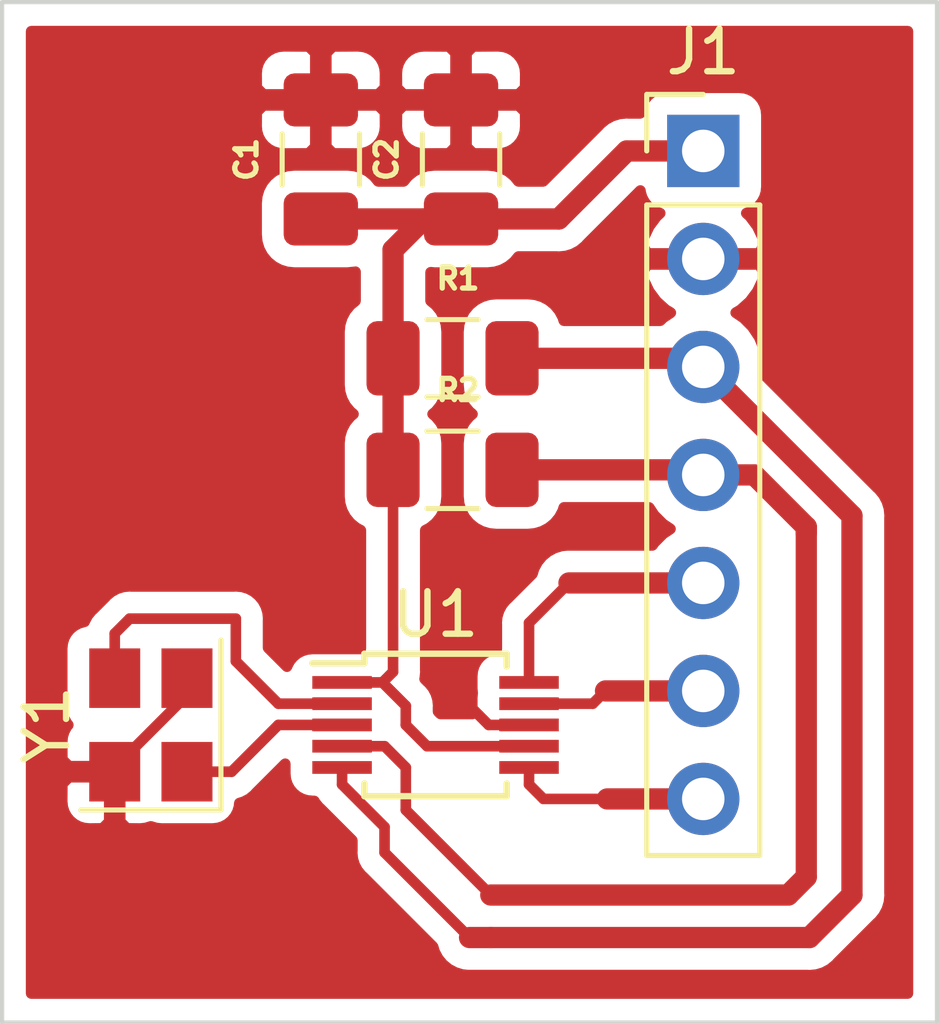
<source format=kicad_pcb>
(kicad_pcb (version 20171130) (host pcbnew "(5.1.5)-3")

  (general
    (thickness 1.6)
    (drawings 4)
    (tracks 67)
    (zones 0)
    (modules 7)
    (nets 10)
  )

  (page A4)
  (layers
    (0 F.Cu signal)
    (31 B.Cu signal)
    (32 B.Adhes user)
    (33 F.Adhes user)
    (34 B.Paste user)
    (35 F.Paste user)
    (36 B.SilkS user)
    (37 F.SilkS user)
    (38 B.Mask user)
    (39 F.Mask user)
    (40 Dwgs.User user)
    (41 Cmts.User user)
    (42 Eco1.User user)
    (43 Eco2.User user)
    (44 Edge.Cuts user)
    (45 Margin user)
    (46 B.CrtYd user)
    (47 F.CrtYd user)
    (48 B.Fab user)
    (49 F.Fab user)
  )

  (setup
    (last_trace_width 0.5)
    (user_trace_width 0.5)
    (user_trace_width 0.75)
    (trace_clearance 0.2)
    (zone_clearance 0.508)
    (zone_45_only no)
    (trace_min 0.2)
    (via_size 0.8)
    (via_drill 0.4)
    (via_min_size 0.4)
    (via_min_drill 0.3)
    (user_via 1.2 0.4)
    (uvia_size 0.3)
    (uvia_drill 0.1)
    (uvias_allowed no)
    (uvia_min_size 0.2)
    (uvia_min_drill 0.1)
    (edge_width 0.05)
    (segment_width 0.2)
    (pcb_text_width 0.3)
    (pcb_text_size 1.5 1.5)
    (mod_edge_width 0.12)
    (mod_text_size 1 1)
    (mod_text_width 0.15)
    (pad_size 1.524 1.524)
    (pad_drill 0.762)
    (pad_to_mask_clearance 0.051)
    (solder_mask_min_width 0.25)
    (aux_axis_origin 0 0)
    (visible_elements 7FFFFFFF)
    (pcbplotparams
      (layerselection 0x010fc_ffffffff)
      (usegerberextensions false)
      (usegerberattributes false)
      (usegerberadvancedattributes false)
      (creategerberjobfile false)
      (excludeedgelayer true)
      (linewidth 0.100000)
      (plotframeref false)
      (viasonmask false)
      (mode 1)
      (useauxorigin false)
      (hpglpennumber 1)
      (hpglpenspeed 20)
      (hpglpendiameter 15.000000)
      (psnegative false)
      (psa4output false)
      (plotreference true)
      (plotvalue true)
      (plotinvisibletext false)
      (padsonsilk false)
      (subtractmaskfromsilk false)
      (outputformat 1)
      (mirror false)
      (drillshape 1)
      (scaleselection 1)
      (outputdirectory ""))
  )

  (net 0 "")
  (net 1 CLK0)
  (net 2 CLK1)
  (net 3 CLK2)
  (net 4 SCL)
  (net 5 SDA)
  (net 6 GND)
  (net 7 +3V3)
  (net 8 "Net-(U1-Pad3)")
  (net 9 "Net-(U1-Pad2)")

  (net_class Default "This is the default net class."
    (clearance 0.2)
    (trace_width 0.25)
    (via_dia 0.8)
    (via_drill 0.4)
    (uvia_dia 0.3)
    (uvia_drill 0.1)
    (add_net +3V3)
    (add_net CLK0)
    (add_net CLK1)
    (add_net CLK2)
    (add_net GND)
    (add_net "Net-(U1-Pad2)")
    (add_net "Net-(U1-Pad3)")
    (add_net SCL)
    (add_net SDA)
  )

  (module "Xenir:Capacitor 1206" (layer F.Cu) (tedit 5EAEEA25) (tstamp 636C70E0)
    (at 182.05 92.2 90)
    (path /636C27F7)
    (fp_text reference C2 (at 0 0.5 90) (layer F.SilkS)
      (effects (font (size 0.5 0.5) (thickness 0.125)))
    )
    (fp_text value .1uF (at 0.5 4 90) (layer F.Fab)
      (effects (font (size 0.5 0.5) (thickness 0.125)))
    )
    (fp_text user %R (at 0 2.25 90) (layer F.Fab)
      (effects (font (size 0.8 0.8) (thickness 0.12)))
    )
    (fp_line (start -1.6 3.05) (end -1.6 1.45) (layer F.Fab) (width 0.1))
    (fp_line (start 2.28 1.13) (end 2.28 3.37) (layer F.CrtYd) (width 0.05))
    (fp_line (start -1.6 1.45) (end 1.6 1.45) (layer F.Fab) (width 0.1))
    (fp_line (start -2.28 3.37) (end -2.28 1.13) (layer F.CrtYd) (width 0.05))
    (fp_line (start -0.602064 1.34) (end 0.602064 1.34) (layer F.SilkS) (width 0.12))
    (fp_line (start -0.602064 3.16) (end 0.602064 3.16) (layer F.SilkS) (width 0.12))
    (fp_line (start -2.28 1.13) (end 2.28 1.13) (layer F.CrtYd) (width 0.05))
    (fp_line (start 2.28 3.37) (end -2.28 3.37) (layer F.CrtYd) (width 0.05))
    (fp_line (start 1.6 3.05) (end -1.6 3.05) (layer F.Fab) (width 0.1))
    (fp_line (start 1.6 1.45) (end 1.6 3.05) (layer F.Fab) (width 0.1))
    (pad 2 smd roundrect (at 1.4 2.25 90) (size 1.25 1.75) (layers F.Cu F.Paste F.Mask) (roundrect_rratio 0.2)
      (net 6 GND))
    (pad 1 smd roundrect (at -1.4 2.25 90) (size 1.25 1.75) (layers F.Cu F.Paste F.Mask) (roundrect_rratio 0.2)
      (net 7 +3V3))
  )

  (module "Xenir:Capacitor 1206" (layer F.Cu) (tedit 5EAEEA25) (tstamp 636C70CF)
    (at 178.75 92.2 90)
    (path /636C1CBC)
    (fp_text reference C1 (at 0 0.5 90) (layer F.SilkS)
      (effects (font (size 0.5 0.5) (thickness 0.125)))
    )
    (fp_text value 1uF (at 0.5 4 90) (layer F.Fab)
      (effects (font (size 0.5 0.5) (thickness 0.125)))
    )
    (fp_text user %R (at 0 2.25 90) (layer F.Fab)
      (effects (font (size 0.8 0.8) (thickness 0.12)))
    )
    (fp_line (start -1.6 3.05) (end -1.6 1.45) (layer F.Fab) (width 0.1))
    (fp_line (start 2.28 1.13) (end 2.28 3.37) (layer F.CrtYd) (width 0.05))
    (fp_line (start -1.6 1.45) (end 1.6 1.45) (layer F.Fab) (width 0.1))
    (fp_line (start -2.28 3.37) (end -2.28 1.13) (layer F.CrtYd) (width 0.05))
    (fp_line (start -0.602064 1.34) (end 0.602064 1.34) (layer F.SilkS) (width 0.12))
    (fp_line (start -0.602064 3.16) (end 0.602064 3.16) (layer F.SilkS) (width 0.12))
    (fp_line (start -2.28 1.13) (end 2.28 1.13) (layer F.CrtYd) (width 0.05))
    (fp_line (start 2.28 3.37) (end -2.28 3.37) (layer F.CrtYd) (width 0.05))
    (fp_line (start 1.6 3.05) (end -1.6 3.05) (layer F.Fab) (width 0.1))
    (fp_line (start 1.6 1.45) (end 1.6 3.05) (layer F.Fab) (width 0.1))
    (pad 2 smd roundrect (at 1.4 2.25 90) (size 1.25 1.75) (layers F.Cu F.Paste F.Mask) (roundrect_rratio 0.2)
      (net 6 GND))
    (pad 1 smd roundrect (at -1.4 2.25 90) (size 1.25 1.75) (layers F.Cu F.Paste F.Mask) (roundrect_rratio 0.2)
      (net 7 +3V3))
  )

  (module Package_SO:MSOP-10_3x3mm_P0.5mm (layer F.Cu) (tedit 5A02F25C) (tstamp 63699E32)
    (at 183.7 105.5)
    (descr "10-Lead Plastic Micro Small Outline Package (MS) [MSOP] (see Microchip Packaging Specification 00000049BS.pdf)")
    (tags "SSOP 0.5")
    (path /6369898B)
    (attr smd)
    (fp_text reference U1 (at 0 -2.6) (layer F.SilkS)
      (effects (font (size 1 1) (thickness 0.15)))
    )
    (fp_text value Si5351A-B-GT (at 0 2.6) (layer F.Fab)
      (effects (font (size 1 1) (thickness 0.15)))
    )
    (fp_text user %R (at 0 0) (layer F.Fab)
      (effects (font (size 0.6 0.6) (thickness 0.15)))
    )
    (fp_line (start -1.675 -1.45) (end -2.9 -1.45) (layer F.SilkS) (width 0.15))
    (fp_line (start -1.675 1.675) (end 1.675 1.675) (layer F.SilkS) (width 0.15))
    (fp_line (start -1.675 -1.675) (end 1.675 -1.675) (layer F.SilkS) (width 0.15))
    (fp_line (start -1.675 1.675) (end -1.675 1.375) (layer F.SilkS) (width 0.15))
    (fp_line (start 1.675 1.675) (end 1.675 1.375) (layer F.SilkS) (width 0.15))
    (fp_line (start 1.675 -1.675) (end 1.675 -1.375) (layer F.SilkS) (width 0.15))
    (fp_line (start -1.675 -1.675) (end -1.675 -1.45) (layer F.SilkS) (width 0.15))
    (fp_line (start -3.15 1.85) (end 3.15 1.85) (layer F.CrtYd) (width 0.05))
    (fp_line (start -3.15 -1.85) (end 3.15 -1.85) (layer F.CrtYd) (width 0.05))
    (fp_line (start 3.15 -1.85) (end 3.15 1.85) (layer F.CrtYd) (width 0.05))
    (fp_line (start -3.15 -1.85) (end -3.15 1.85) (layer F.CrtYd) (width 0.05))
    (fp_line (start -1.5 -0.5) (end -0.5 -1.5) (layer F.Fab) (width 0.15))
    (fp_line (start -1.5 1.5) (end -1.5 -0.5) (layer F.Fab) (width 0.15))
    (fp_line (start 1.5 1.5) (end -1.5 1.5) (layer F.Fab) (width 0.15))
    (fp_line (start 1.5 -1.5) (end 1.5 1.5) (layer F.Fab) (width 0.15))
    (fp_line (start -0.5 -1.5) (end 1.5 -1.5) (layer F.Fab) (width 0.15))
    (pad 10 smd rect (at 2.2 -1) (size 1.4 0.3) (layers F.Cu F.Paste F.Mask)
      (net 1 CLK0))
    (pad 9 smd rect (at 2.2 -0.5) (size 1.4 0.3) (layers F.Cu F.Paste F.Mask)
      (net 2 CLK1))
    (pad 8 smd rect (at 2.2 0) (size 1.4 0.3) (layers F.Cu F.Paste F.Mask)
      (net 6 GND))
    (pad 7 smd rect (at 2.2 0.5) (size 1.4 0.3) (layers F.Cu F.Paste F.Mask)
      (net 7 +3V3))
    (pad 6 smd rect (at 2.2 1) (size 1.4 0.3) (layers F.Cu F.Paste F.Mask)
      (net 3 CLK2))
    (pad 5 smd rect (at -2.2 1) (size 1.4 0.3) (layers F.Cu F.Paste F.Mask)
      (net 5 SDA))
    (pad 4 smd rect (at -2.2 0.5) (size 1.4 0.3) (layers F.Cu F.Paste F.Mask)
      (net 4 SCL))
    (pad 3 smd rect (at -2.2 0) (size 1.4 0.3) (layers F.Cu F.Paste F.Mask)
      (net 8 "Net-(U1-Pad3)"))
    (pad 2 smd rect (at -2.2 -0.5) (size 1.4 0.3) (layers F.Cu F.Paste F.Mask)
      (net 9 "Net-(U1-Pad2)"))
    (pad 1 smd rect (at -2.2 -1) (size 1.4 0.3) (layers F.Cu F.Paste F.Mask)
      (net 7 +3V3))
    (model ${KISYS3DMOD}/Package_SO.3dshapes/MSOP-10_3x3mm_P0.5mm.wrl
      (at (xyz 0 0 0))
      (scale (xyz 1 1 1))
      (rotate (xyz 0 0 0))
    )
  )

  (module Connector_PinHeader_2.54mm:PinHeader_1x07_P2.54mm_Vertical (layer F.Cu) (tedit 59FED5CC) (tstamp 63699DF1)
    (at 190 92)
    (descr "Through hole straight pin header, 1x07, 2.54mm pitch, single row")
    (tags "Through hole pin header THT 1x07 2.54mm single row")
    (path /636ACD5F)
    (fp_text reference J1 (at 0 -2.33) (layer F.SilkS)
      (effects (font (size 1 1) (thickness 0.15)))
    )
    (fp_text value Conn_01x07 (at 0 17.57) (layer F.Fab)
      (effects (font (size 1 1) (thickness 0.15)))
    )
    (fp_text user %R (at 0 7.62 90) (layer F.Fab)
      (effects (font (size 1 1) (thickness 0.15)))
    )
    (fp_line (start 1.8 -1.8) (end -1.8 -1.8) (layer F.CrtYd) (width 0.05))
    (fp_line (start 1.8 17.05) (end 1.8 -1.8) (layer F.CrtYd) (width 0.05))
    (fp_line (start -1.8 17.05) (end 1.8 17.05) (layer F.CrtYd) (width 0.05))
    (fp_line (start -1.8 -1.8) (end -1.8 17.05) (layer F.CrtYd) (width 0.05))
    (fp_line (start -1.33 -1.33) (end 0 -1.33) (layer F.SilkS) (width 0.12))
    (fp_line (start -1.33 0) (end -1.33 -1.33) (layer F.SilkS) (width 0.12))
    (fp_line (start -1.33 1.27) (end 1.33 1.27) (layer F.SilkS) (width 0.12))
    (fp_line (start 1.33 1.27) (end 1.33 16.57) (layer F.SilkS) (width 0.12))
    (fp_line (start -1.33 1.27) (end -1.33 16.57) (layer F.SilkS) (width 0.12))
    (fp_line (start -1.33 16.57) (end 1.33 16.57) (layer F.SilkS) (width 0.12))
    (fp_line (start -1.27 -0.635) (end -0.635 -1.27) (layer F.Fab) (width 0.1))
    (fp_line (start -1.27 16.51) (end -1.27 -0.635) (layer F.Fab) (width 0.1))
    (fp_line (start 1.27 16.51) (end -1.27 16.51) (layer F.Fab) (width 0.1))
    (fp_line (start 1.27 -1.27) (end 1.27 16.51) (layer F.Fab) (width 0.1))
    (fp_line (start -0.635 -1.27) (end 1.27 -1.27) (layer F.Fab) (width 0.1))
    (pad 7 thru_hole oval (at 0 15.24) (size 1.7 1.7) (drill 1) (layers *.Cu *.Mask)
      (net 3 CLK2))
    (pad 6 thru_hole oval (at 0 12.7) (size 1.7 1.7) (drill 1) (layers *.Cu *.Mask)
      (net 2 CLK1))
    (pad 5 thru_hole oval (at 0 10.16) (size 1.7 1.7) (drill 1) (layers *.Cu *.Mask)
      (net 1 CLK0))
    (pad 4 thru_hole oval (at 0 7.62) (size 1.7 1.7) (drill 1) (layers *.Cu *.Mask)
      (net 4 SCL))
    (pad 3 thru_hole oval (at 0 5.08) (size 1.7 1.7) (drill 1) (layers *.Cu *.Mask)
      (net 5 SDA))
    (pad 2 thru_hole oval (at 0 2.54) (size 1.7 1.7) (drill 1) (layers *.Cu *.Mask)
      (net 6 GND))
    (pad 1 thru_hole rect (at 0 0) (size 1.7 1.7) (drill 1) (layers *.Cu *.Mask)
      (net 7 +3V3))
    (model ${KISYS3DMOD}/Connector_PinHeader_2.54mm.3dshapes/PinHeader_1x07_P2.54mm_Vertical.wrl
      (at (xyz 0 0 0))
      (scale (xyz 1 1 1))
      (rotate (xyz 0 0 0))
    )
  )

  (module Crystal:Crystal_SMD_Abracon_ABM8G-4Pin_3.2x2.5mm (layer F.Cu) (tedit 5A0FD1B2) (tstamp 63699E4A)
    (at 177 105.5 90)
    (descr "Abracon Miniature Ceramic Smd Crystal ABM8G http://www.abracon.com/Resonators/ABM8G.pdf, 3.2x2.5mm^2 package")
    (tags "SMD SMT crystal")
    (path /6369840D)
    (attr smd)
    (fp_text reference Y1 (at 0 -2.45 90) (layer F.SilkS)
      (effects (font (size 1 1) (thickness 0.15)))
    )
    (fp_text value Crystal_GND24 (at 0 2.45 90) (layer F.Fab)
      (effects (font (size 1 1) (thickness 0.15)))
    )
    (fp_line (start 2.1 -1.7) (end -2.1 -1.7) (layer F.CrtYd) (width 0.05))
    (fp_line (start 2.1 1.7) (end 2.1 -1.7) (layer F.CrtYd) (width 0.05))
    (fp_line (start -2.1 1.7) (end 2.1 1.7) (layer F.CrtYd) (width 0.05))
    (fp_line (start -2.1 -1.7) (end -2.1 1.7) (layer F.CrtYd) (width 0.05))
    (fp_line (start -2 1.65) (end 2 1.65) (layer F.SilkS) (width 0.12))
    (fp_line (start -2 -1.65) (end -2 1.65) (layer F.SilkS) (width 0.12))
    (fp_line (start -1.6 0.25) (end -0.6 1.25) (layer F.Fab) (width 0.1))
    (fp_line (start -1.6 -1.05) (end -1.4 -1.25) (layer F.Fab) (width 0.1))
    (fp_line (start -1.6 1.05) (end -1.6 -1.05) (layer F.Fab) (width 0.1))
    (fp_line (start -1.4 1.25) (end -1.6 1.05) (layer F.Fab) (width 0.1))
    (fp_line (start 1.4 1.25) (end -1.4 1.25) (layer F.Fab) (width 0.1))
    (fp_line (start 1.6 1.05) (end 1.4 1.25) (layer F.Fab) (width 0.1))
    (fp_line (start 1.6 -1.05) (end 1.6 1.05) (layer F.Fab) (width 0.1))
    (fp_line (start 1.4 -1.25) (end 1.6 -1.05) (layer F.Fab) (width 0.1))
    (fp_line (start -1.4 -1.25) (end 1.4 -1.25) (layer F.Fab) (width 0.1))
    (fp_text user %R (at 0 0 90) (layer F.Fab)
      (effects (font (size 0.7 0.7) (thickness 0.105)))
    )
    (pad 4 smd rect (at -1.1 -0.85 90) (size 1.4 1.2) (layers F.Cu F.Paste F.Mask)
      (net 6 GND))
    (pad 3 smd rect (at 1.1 -0.85 90) (size 1.4 1.2) (layers F.Cu F.Paste F.Mask)
      (net 9 "Net-(U1-Pad2)"))
    (pad 2 smd rect (at 1.1 0.85 90) (size 1.4 1.2) (layers F.Cu F.Paste F.Mask)
      (net 6 GND))
    (pad 1 smd rect (at -1.1 0.85 90) (size 1.4 1.2) (layers F.Cu F.Paste F.Mask)
      (net 8 "Net-(U1-Pad3)"))
    (model ${KISYS3DMOD}/Crystal.3dshapes/Crystal_SMD_Abracon_ABM8G-4Pin_3.2x2.5mm.wrl
      (at (xyz 0 0 0))
      (scale (xyz 1 1 1))
      (rotate (xyz 0 0 0))
    )
  )

  (module "Xenir:Resistor 1206" (layer F.Cu) (tedit 5F775D4D) (tstamp 63699E13)
    (at 184.227 97.123)
    (path /6369A400)
    (fp_text reference R2 (at 0 0.5) (layer F.SilkS)
      (effects (font (size 0.499872 0.499872) (thickness 0.124968)))
    )
    (fp_text value 10k (at 0 -0.5) (layer F.Fab)
      (effects (font (size 0.499872 0.499872) (thickness 0.124968)))
    )
    (fp_text user %R (at -0.127 2.377) (layer F.Fab)
      (effects (font (size 0.8 0.8) (thickness 0.12)))
    )
    (fp_line (start 1.473 3.177) (end -1.727 3.177) (layer F.Fab) (width 0.1))
    (fp_line (start -2.407 1.257) (end 2.153 1.257) (layer F.CrtYd) (width 0.05))
    (fp_line (start -0.729064 3.287) (end 0.475064 3.287) (layer F.SilkS) (width 0.12))
    (fp_line (start -0.729064 1.467) (end 0.475064 1.467) (layer F.SilkS) (width 0.12))
    (fp_line (start 2.153 3.497) (end -2.407 3.497) (layer F.CrtYd) (width 0.05))
    (fp_line (start 2.153 1.257) (end 2.153 3.497) (layer F.CrtYd) (width 0.05))
    (fp_line (start -1.727 3.177) (end -1.727 1.577) (layer F.Fab) (width 0.1))
    (fp_line (start 1.473 1.577) (end 1.473 3.177) (layer F.Fab) (width 0.1))
    (fp_line (start -1.727 1.577) (end 1.473 1.577) (layer F.Fab) (width 0.1))
    (fp_line (start -2.407 3.497) (end -2.407 1.257) (layer F.CrtYd) (width 0.05))
    (pad 2 smd roundrect (at 1.273 2.377) (size 1.25 1.75) (layers F.Cu F.Paste F.Mask) (roundrect_rratio 0.2)
      (net 4 SCL))
    (pad 1 smd roundrect (at -1.527 2.377) (size 1.25 1.75) (layers F.Cu F.Paste F.Mask) (roundrect_rratio 0.2)
      (net 7 +3V3))
  )

  (module "Xenir:Resistor 1206" (layer F.Cu) (tedit 5F775D4D) (tstamp 63699E02)
    (at 184.227 94.5)
    (path /63699097)
    (fp_text reference R1 (at 0 0.5) (layer F.SilkS)
      (effects (font (size 0.499872 0.499872) (thickness 0.124968)))
    )
    (fp_text value 10k (at 0 -0.5) (layer F.Fab)
      (effects (font (size 0.499872 0.499872) (thickness 0.124968)))
    )
    (fp_text user %R (at -0.127 2.377) (layer F.Fab)
      (effects (font (size 0.8 0.8) (thickness 0.12)))
    )
    (fp_line (start 1.473 3.177) (end -1.727 3.177) (layer F.Fab) (width 0.1))
    (fp_line (start -2.407 1.257) (end 2.153 1.257) (layer F.CrtYd) (width 0.05))
    (fp_line (start -0.729064 3.287) (end 0.475064 3.287) (layer F.SilkS) (width 0.12))
    (fp_line (start -0.729064 1.467) (end 0.475064 1.467) (layer F.SilkS) (width 0.12))
    (fp_line (start 2.153 3.497) (end -2.407 3.497) (layer F.CrtYd) (width 0.05))
    (fp_line (start 2.153 1.257) (end 2.153 3.497) (layer F.CrtYd) (width 0.05))
    (fp_line (start -1.727 3.177) (end -1.727 1.577) (layer F.Fab) (width 0.1))
    (fp_line (start 1.473 1.577) (end 1.473 3.177) (layer F.Fab) (width 0.1))
    (fp_line (start -1.727 1.577) (end 1.473 1.577) (layer F.Fab) (width 0.1))
    (fp_line (start -2.407 3.497) (end -2.407 1.257) (layer F.CrtYd) (width 0.05))
    (pad 2 smd roundrect (at 1.273 2.377) (size 1.25 1.75) (layers F.Cu F.Paste F.Mask) (roundrect_rratio 0.2)
      (net 5 SDA))
    (pad 1 smd roundrect (at -1.527 2.377) (size 1.25 1.75) (layers F.Cu F.Paste F.Mask) (roundrect_rratio 0.2)
      (net 7 +3V3))
  )

  (gr_line (start 195.5 88.5) (end 195.5 112.5) (layer Edge.Cuts) (width 0.1))
  (gr_line (start 173.5 88.5) (end 195.5 88.5) (layer Edge.Cuts) (width 0.1))
  (gr_line (start 173.5 112.5) (end 173.5 88.5) (layer Edge.Cuts) (width 0.1))
  (gr_line (start 195.5 112.5) (end 173.5 112.5) (layer Edge.Cuts) (width 0.1))

  (segment (start 190 102.16) (end 186.84 102.16) (width 0.5) (layer F.Cu) (net 1))
  (segment (start 185.9 103.1) (end 185.9 104.5) (width 0.25) (layer F.Cu) (net 1))
  (segment (start 186.84 102.16) (end 185.9 103.1) (width 0.25) (layer F.Cu) (net 1))
  (segment (start 189.7 105) (end 190 104.7) (width 0.25) (layer F.Cu) (net 2))
  (segment (start 190 104.7) (end 187.7 104.7) (width 0.5) (layer F.Cu) (net 2))
  (segment (start 187.4 105) (end 187.7 104.7) (width 0.25) (layer F.Cu) (net 2))
  (segment (start 185.9 105) (end 187.4 105) (width 0.25) (layer F.Cu) (net 2))
  (segment (start 190 107.24) (end 187.74 107.24) (width 0.5) (layer F.Cu) (net 3))
  (segment (start 186.24 107.24) (end 187.74 107.24) (width 0.25) (layer F.Cu) (net 3))
  (segment (start 185.9 106.9) (end 186.24 107.24) (width 0.25) (layer F.Cu) (net 3))
  (segment (start 185.9 106.5) (end 185.9 106.9) (width 0.25) (layer F.Cu) (net 3))
  (segment (start 190.88 99.62) (end 190 99.62) (width 0.25) (layer F.Cu) (net 4))
  (segment (start 191 99.5) (end 190.88 99.62) (width 0.25) (layer F.Cu) (net 4))
  (segment (start 192.5 101) (end 191 99.5) (width 0.25) (layer F.Cu) (net 4))
  (segment (start 189.88 99.5) (end 190 99.62) (width 0.5) (layer F.Cu) (net 4))
  (segment (start 185.5 99.5) (end 189.88 99.5) (width 0.5) (layer F.Cu) (net 4))
  (segment (start 192.42499 100.842909) (end 192.42499 101) (width 0.5) (layer F.Cu) (net 4))
  (segment (start 191.202081 99.62) (end 192.42499 100.842909) (width 0.5) (layer F.Cu) (net 4))
  (segment (start 190 99.62) (end 191.202081 99.62) (width 0.5) (layer F.Cu) (net 4))
  (segment (start 192 109.5) (end 185 109.5) (width 0.5) (layer F.Cu) (net 4))
  (segment (start 192.42499 109.07501) (end 192 109.5) (width 0.5) (layer F.Cu) (net 4))
  (segment (start 192.42499 100.842909) (end 192.42499 109.07501) (width 0.5) (layer F.Cu) (net 4))
  (segment (start 182.5 106) (end 181.5 106) (width 0.25) (layer F.Cu) (net 4))
  (segment (start 183 106.5) (end 182.5 106) (width 0.25) (layer F.Cu) (net 4))
  (segment (start 183 107.5) (end 183 106.5) (width 0.25) (layer F.Cu) (net 4))
  (segment (start 185 109.5) (end 183 107.5) (width 0.25) (layer F.Cu) (net 4))
  (segment (start 189.797 96.877) (end 190 97.08) (width 0.5) (layer F.Cu) (net 5))
  (segment (start 185.5 96.877) (end 189.797 96.877) (width 0.5) (layer F.Cu) (net 5))
  (segment (start 190 97.08) (end 193.5 100.58) (width 0.5) (layer F.Cu) (net 5))
  (segment (start 193.5 100.58) (end 193.5 109.5) (width 0.5) (layer F.Cu) (net 5))
  (segment (start 193.5 109.5) (end 192.5 110.5) (width 0.5) (layer F.Cu) (net 5))
  (segment (start 192.5 110.5) (end 185 110.5) (width 0.5) (layer F.Cu) (net 5))
  (segment (start 185 110.5) (end 184.5 110.5) (width 0.5) (layer F.Cu) (net 5))
  (segment (start 181.5 106.9) (end 182.5 107.9) (width 0.25) (layer F.Cu) (net 5))
  (segment (start 181.5 106.5) (end 181.5 106.9) (width 0.25) (layer F.Cu) (net 5))
  (segment (start 182.5 108.5) (end 184.5 110.5) (width 0.25) (layer F.Cu) (net 5))
  (segment (start 182.5 107.9) (end 182.5 108.5) (width 0.25) (layer F.Cu) (net 5))
  (segment (start 176.15 106.5) (end 176.15 106.6) (width 0.25) (layer F.Cu) (net 6))
  (segment (start 177.85 104.8) (end 176.15 106.5) (width 0.25) (layer F.Cu) (net 6))
  (segment (start 177.85 104.4) (end 177.85 104.8) (width 0.25) (layer F.Cu) (net 6))
  (segment (start 184.95 105.5) (end 184.5 105.05) (width 0.25) (layer F.Cu) (net 6))
  (segment (start 185.9 105.5) (end 184.95 105.5) (width 0.25) (layer F.Cu) (net 6))
  (segment (start 184.5 105.05) (end 184.5 105) (width 0.25) (layer F.Cu) (net 6))
  (segment (start 182.7 96.877) (end 182.7 99.5) (width 0.5) (layer F.Cu) (net 7))
  (segment (start 181.5 104.5) (end 182.45 104.5) (width 0.25) (layer F.Cu) (net 7))
  (segment (start 182.45 104.5) (end 183 105.05) (width 0.25) (layer F.Cu) (net 7))
  (segment (start 183 105.05) (end 183 105.5) (width 0.25) (layer F.Cu) (net 7))
  (segment (start 183 105.5) (end 183.5 106) (width 0.25) (layer F.Cu) (net 7))
  (segment (start 183.5 106) (end 185.9 106) (width 0.25) (layer F.Cu) (net 7))
  (segment (start 182.7 104.25) (end 182.7 99.5) (width 0.25) (layer F.Cu) (net 7))
  (segment (start 182.45 104.5) (end 182.7 104.25) (width 0.25) (layer F.Cu) (net 7))
  (segment (start 190 92) (end 188.2 92) (width 0.5) (layer F.Cu) (net 7))
  (segment (start 186.6 93.6) (end 184.3 93.6) (width 0.5) (layer F.Cu) (net 7))
  (segment (start 188.2 92) (end 186.6 93.6) (width 0.5) (layer F.Cu) (net 7))
  (segment (start 184.3 93.6) (end 181 93.6) (width 0.5) (layer F.Cu) (net 7))
  (segment (start 184.3 93.6) (end 183.425 93.6) (width 0.5) (layer F.Cu) (net 7))
  (segment (start 182.7 94.325) (end 182.7 96.877) (width 0.5) (layer F.Cu) (net 7))
  (segment (start 183.425 93.6) (end 182.7 94.325) (width 0.5) (layer F.Cu) (net 7))
  (segment (start 181.5 105.5) (end 180 105.5) (width 0.25) (layer F.Cu) (net 8))
  (segment (start 178.9 106.6) (end 177.85 106.6) (width 0.25) (layer F.Cu) (net 8))
  (segment (start 180 105.5) (end 178.9 106.6) (width 0.25) (layer F.Cu) (net 8))
  (segment (start 176.5 103) (end 176.15 103.35) (width 0.25) (layer F.Cu) (net 9))
  (segment (start 179 103) (end 176.5 103) (width 0.25) (layer F.Cu) (net 9))
  (segment (start 179 104) (end 179 103) (width 0.25) (layer F.Cu) (net 9))
  (segment (start 176.15 103.35) (end 176.15 104.4) (width 0.25) (layer F.Cu) (net 9))
  (segment (start 180 105) (end 179 104) (width 0.25) (layer F.Cu) (net 9))
  (segment (start 181.5 105) (end 180 105) (width 0.25) (layer F.Cu) (net 9))

  (zone (net 6) (net_name GND) (layer F.Cu) (tstamp 0) (hatch edge 0.508)
    (connect_pads (clearance 0.508))
    (min_thickness 0.254)
    (fill yes (arc_segments 32) (thermal_gap 0.508) (thermal_bridge_width 0.508))
    (polygon
      (pts
        (xy 195.3 112.3) (xy 173.8 112.3) (xy 173.8 88.7) (xy 195.3 88.7)
      )
    )
    (filled_polygon
      (pts
        (xy 194.815001 111.815) (xy 174.185 111.815) (xy 174.185 107.3) (xy 174.911928 107.3) (xy 174.924188 107.424482)
        (xy 174.960498 107.54418) (xy 175.019463 107.654494) (xy 175.098815 107.751185) (xy 175.195506 107.830537) (xy 175.30582 107.889502)
        (xy 175.425518 107.925812) (xy 175.55 107.938072) (xy 175.86425 107.935) (xy 176.023 107.77625) (xy 176.023 106.727)
        (xy 175.07375 106.727) (xy 174.915 106.88575) (xy 174.911928 107.3) (xy 174.185 107.3) (xy 174.185 103.7)
        (xy 174.911928 103.7) (xy 174.911928 105.1) (xy 174.924188 105.224482) (xy 174.960498 105.34418) (xy 175.019463 105.454494)
        (xy 175.056809 105.5) (xy 175.019463 105.545506) (xy 174.960498 105.65582) (xy 174.924188 105.775518) (xy 174.911928 105.9)
        (xy 174.915 106.31425) (xy 175.07375 106.473) (xy 176.023 106.473) (xy 176.023 106.453) (xy 176.277 106.453)
        (xy 176.277 106.473) (xy 176.297 106.473) (xy 176.297 106.727) (xy 176.277 106.727) (xy 176.277 107.77625)
        (xy 176.43575 107.935) (xy 176.75 107.938072) (xy 176.874482 107.925812) (xy 176.99418 107.889502) (xy 177 107.886391)
        (xy 177.00582 107.889502) (xy 177.125518 107.925812) (xy 177.25 107.938072) (xy 178.45 107.938072) (xy 178.574482 107.925812)
        (xy 178.69418 107.889502) (xy 178.804494 107.830537) (xy 178.901185 107.751185) (xy 178.980537 107.654494) (xy 179.039502 107.54418)
        (xy 179.075812 107.424482) (xy 179.084301 107.338291) (xy 179.192247 107.305546) (xy 179.324276 107.234974) (xy 179.440001 107.140001)
        (xy 179.463804 107.110998) (xy 180.161928 106.412874) (xy 180.161928 106.65) (xy 180.174188 106.774482) (xy 180.210498 106.89418)
        (xy 180.269463 107.004494) (xy 180.348815 107.101185) (xy 180.445506 107.180537) (xy 180.55582 107.239502) (xy 180.675518 107.275812)
        (xy 180.8 107.288072) (xy 180.845674 107.288072) (xy 180.865026 107.324276) (xy 180.959999 107.440001) (xy 180.989001 107.463802)
        (xy 181.74 108.214802) (xy 181.74 108.462678) (xy 181.736324 108.5) (xy 181.74 108.537322) (xy 181.74 108.537333)
        (xy 181.750997 108.648986) (xy 181.794454 108.792247) (xy 181.819037 108.838236) (xy 181.865026 108.924276) (xy 181.936201 109.011002)
        (xy 181.96 109.040001) (xy 181.988998 109.063799) (xy 183.640484 110.715286) (xy 183.678411 110.840313) (xy 183.760589 110.994059)
        (xy 183.871183 111.128817) (xy 184.005941 111.239411) (xy 184.159687 111.321589) (xy 184.32651 111.372195) (xy 184.456523 111.385)
        (xy 192.456531 111.385) (xy 192.5 111.389281) (xy 192.543469 111.385) (xy 192.543477 111.385) (xy 192.67349 111.372195)
        (xy 192.840313 111.321589) (xy 192.994059 111.239411) (xy 193.128817 111.128817) (xy 193.156534 111.095044) (xy 194.095049 110.15653)
        (xy 194.128817 110.128817) (xy 194.182177 110.063799) (xy 194.239411 109.994059) (xy 194.321589 109.840314) (xy 194.372195 109.67349)
        (xy 194.372533 109.670056) (xy 194.385 109.543477) (xy 194.385 109.543469) (xy 194.389281 109.5) (xy 194.385 109.456531)
        (xy 194.385 100.623465) (xy 194.389281 100.579999) (xy 194.385 100.536533) (xy 194.385 100.536523) (xy 194.372195 100.40651)
        (xy 194.321589 100.239687) (xy 194.239411 100.085941) (xy 194.205217 100.044276) (xy 194.156532 99.984953) (xy 194.15653 99.984951)
        (xy 194.128817 99.951183) (xy 194.09505 99.923471) (xy 191.470539 97.298961) (xy 191.485 97.22626) (xy 191.485 96.93374)
        (xy 191.427932 96.646842) (xy 191.31599 96.376589) (xy 191.153475 96.133368) (xy 190.946632 95.926525) (xy 190.764466 95.804805)
        (xy 190.881355 95.735178) (xy 191.097588 95.540269) (xy 191.271641 95.30692) (xy 191.396825 95.044099) (xy 191.441476 94.89689)
        (xy 191.320155 94.667) (xy 190.127 94.667) (xy 190.127 94.687) (xy 189.873 94.687) (xy 189.873 94.667)
        (xy 188.679845 94.667) (xy 188.558524 94.89689) (xy 188.603175 95.044099) (xy 188.728359 95.30692) (xy 188.902412 95.540269)
        (xy 189.118645 95.735178) (xy 189.235534 95.804805) (xy 189.053368 95.926525) (xy 188.987893 95.992) (xy 186.719694 95.992)
        (xy 186.695472 95.91215) (xy 186.613405 95.758614) (xy 186.502962 95.624038) (xy 186.368386 95.513595) (xy 186.21485 95.431528)
        (xy 186.048254 95.380992) (xy 185.875 95.363928) (xy 185.125 95.363928) (xy 184.951746 95.380992) (xy 184.78515 95.431528)
        (xy 184.631614 95.513595) (xy 184.497038 95.624038) (xy 184.386595 95.758614) (xy 184.304528 95.91215) (xy 184.253992 96.078746)
        (xy 184.236928 96.252) (xy 184.236928 97.502) (xy 184.253992 97.675254) (xy 184.304528 97.84185) (xy 184.386595 97.995386)
        (xy 184.497038 98.129962) (xy 184.568367 98.1885) (xy 184.497038 98.247038) (xy 184.386595 98.381614) (xy 184.304528 98.53515)
        (xy 184.253992 98.701746) (xy 184.236928 98.875) (xy 184.236928 100.125) (xy 184.253992 100.298254) (xy 184.304528 100.46485)
        (xy 184.386595 100.618386) (xy 184.497038 100.752962) (xy 184.631614 100.863405) (xy 184.78515 100.945472) (xy 184.951746 100.996008)
        (xy 185.125 101.013072) (xy 185.875 101.013072) (xy 186.048254 100.996008) (xy 186.21485 100.945472) (xy 186.368386 100.863405)
        (xy 186.502962 100.752962) (xy 186.613405 100.618386) (xy 186.695472 100.46485) (xy 186.719694 100.385) (xy 188.725162 100.385)
        (xy 188.846525 100.566632) (xy 189.053368 100.773475) (xy 189.22776 100.89) (xy 189.053368 101.006525) (xy 188.846525 101.213368)
        (xy 188.805344 101.275) (xy 186.796523 101.275) (xy 186.66651 101.287805) (xy 186.499687 101.338411) (xy 186.345941 101.420589)
        (xy 186.211183 101.531183) (xy 186.100589 101.665941) (xy 186.018411 101.819687) (xy 185.980484 101.944715) (xy 185.389002 102.536196)
        (xy 185.359999 102.559999) (xy 185.304871 102.627174) (xy 185.265026 102.675724) (xy 185.204576 102.788817) (xy 185.194454 102.807754)
        (xy 185.150997 102.951015) (xy 185.14 103.062668) (xy 185.14 103.062678) (xy 185.136324 103.1) (xy 185.14 103.137323)
        (xy 185.14 103.717837) (xy 185.075518 103.724188) (xy 184.95582 103.760498) (xy 184.845506 103.819463) (xy 184.748815 103.898815)
        (xy 184.669463 103.995506) (xy 184.610498 104.10582) (xy 184.574188 104.225518) (xy 184.561928 104.35) (xy 184.561928 104.65)
        (xy 184.571777 104.75) (xy 184.561928 104.85) (xy 184.561928 105.15) (xy 184.570792 105.24) (xy 183.814801 105.24)
        (xy 183.76 105.185199) (xy 183.76 105.087322) (xy 183.763676 105.049999) (xy 183.76 105.012676) (xy 183.76 105.012667)
        (xy 183.749003 104.901014) (xy 183.705546 104.757753) (xy 183.634974 104.625724) (xy 183.59394 104.575724) (xy 183.563799 104.538996)
        (xy 183.563795 104.538992) (xy 183.540001 104.509999) (xy 183.511009 104.486206) (xy 183.443135 104.418332) (xy 183.449003 104.398986)
        (xy 183.46 104.287333) (xy 183.46 104.287324) (xy 183.463676 104.250001) (xy 183.46 104.212678) (xy 183.46 100.921339)
        (xy 183.568386 100.863405) (xy 183.702962 100.752962) (xy 183.813405 100.618386) (xy 183.895472 100.46485) (xy 183.946008 100.298254)
        (xy 183.963072 100.125) (xy 183.963072 98.875) (xy 183.946008 98.701746) (xy 183.895472 98.53515) (xy 183.813405 98.381614)
        (xy 183.702962 98.247038) (xy 183.631633 98.1885) (xy 183.702962 98.129962) (xy 183.813405 97.995386) (xy 183.895472 97.84185)
        (xy 183.946008 97.675254) (xy 183.963072 97.502) (xy 183.963072 96.252) (xy 183.946008 96.078746) (xy 183.895472 95.91215)
        (xy 183.813405 95.758614) (xy 183.702962 95.624038) (xy 183.585 95.52723) (xy 183.585 94.854208) (xy 183.675 94.863072)
        (xy 184.925 94.863072) (xy 185.098254 94.846008) (xy 185.26485 94.795472) (xy 185.418386 94.713405) (xy 185.552962 94.602962)
        (xy 185.64977 94.485) (xy 186.556531 94.485) (xy 186.6 94.489281) (xy 186.643469 94.485) (xy 186.643477 94.485)
        (xy 186.77349 94.472195) (xy 186.940313 94.421589) (xy 187.094059 94.339411) (xy 187.228817 94.228817) (xy 187.256534 94.195044)
        (xy 188.519966 92.931613) (xy 188.524188 92.974482) (xy 188.560498 93.09418) (xy 188.619463 93.204494) (xy 188.698815 93.301185)
        (xy 188.795506 93.380537) (xy 188.90582 93.439502) (xy 188.986466 93.463966) (xy 188.902412 93.539731) (xy 188.728359 93.77308)
        (xy 188.603175 94.035901) (xy 188.558524 94.18311) (xy 188.679845 94.413) (xy 189.873 94.413) (xy 189.873 94.393)
        (xy 190.127 94.393) (xy 190.127 94.413) (xy 191.320155 94.413) (xy 191.441476 94.18311) (xy 191.396825 94.035901)
        (xy 191.271641 93.77308) (xy 191.097588 93.539731) (xy 191.013534 93.463966) (xy 191.09418 93.439502) (xy 191.204494 93.380537)
        (xy 191.301185 93.301185) (xy 191.380537 93.204494) (xy 191.439502 93.09418) (xy 191.475812 92.974482) (xy 191.488072 92.85)
        (xy 191.488072 91.15) (xy 191.475812 91.025518) (xy 191.439502 90.90582) (xy 191.380537 90.795506) (xy 191.301185 90.698815)
        (xy 191.204494 90.619463) (xy 191.09418 90.560498) (xy 190.974482 90.524188) (xy 190.85 90.511928) (xy 189.15 90.511928)
        (xy 189.025518 90.524188) (xy 188.90582 90.560498) (xy 188.795506 90.619463) (xy 188.698815 90.698815) (xy 188.619463 90.795506)
        (xy 188.560498 90.90582) (xy 188.524188 91.025518) (xy 188.515375 91.115) (xy 188.243469 91.115) (xy 188.2 91.110719)
        (xy 188.156531 91.115) (xy 188.156523 91.115) (xy 188.02651 91.127805) (xy 187.859687 91.178411) (xy 187.705941 91.260589)
        (xy 187.604953 91.343468) (xy 187.604951 91.34347) (xy 187.571183 91.371183) (xy 187.54347 91.404951) (xy 186.233422 92.715)
        (xy 185.64977 92.715) (xy 185.552962 92.597038) (xy 185.418386 92.486595) (xy 185.26485 92.404528) (xy 185.098254 92.353992)
        (xy 184.925 92.336928) (xy 183.675 92.336928) (xy 183.501746 92.353992) (xy 183.33515 92.404528) (xy 183.181614 92.486595)
        (xy 183.047038 92.597038) (xy 182.95023 92.715) (xy 182.34977 92.715) (xy 182.252962 92.597038) (xy 182.118386 92.486595)
        (xy 181.96485 92.404528) (xy 181.798254 92.353992) (xy 181.625 92.336928) (xy 180.375 92.336928) (xy 180.201746 92.353992)
        (xy 180.03515 92.404528) (xy 179.881614 92.486595) (xy 179.747038 92.597038) (xy 179.636595 92.731614) (xy 179.554528 92.88515)
        (xy 179.503992 93.051746) (xy 179.486928 93.225) (xy 179.486928 93.975) (xy 179.503992 94.148254) (xy 179.554528 94.31485)
        (xy 179.636595 94.468386) (xy 179.747038 94.602962) (xy 179.881614 94.713405) (xy 180.03515 94.795472) (xy 180.201746 94.846008)
        (xy 180.375 94.863072) (xy 181.625 94.863072) (xy 181.798254 94.846008) (xy 181.815 94.840928) (xy 181.815 95.527229)
        (xy 181.697038 95.624038) (xy 181.586595 95.758614) (xy 181.504528 95.91215) (xy 181.453992 96.078746) (xy 181.436928 96.252)
        (xy 181.436928 97.502) (xy 181.453992 97.675254) (xy 181.504528 97.84185) (xy 181.586595 97.995386) (xy 181.697038 98.129962)
        (xy 181.768367 98.1885) (xy 181.697038 98.247038) (xy 181.586595 98.381614) (xy 181.504528 98.53515) (xy 181.453992 98.701746)
        (xy 181.436928 98.875) (xy 181.436928 100.125) (xy 181.453992 100.298254) (xy 181.504528 100.46485) (xy 181.586595 100.618386)
        (xy 181.697038 100.752962) (xy 181.831614 100.863405) (xy 181.940001 100.921339) (xy 181.94 103.711928) (xy 180.8 103.711928)
        (xy 180.675518 103.724188) (xy 180.55582 103.760498) (xy 180.445506 103.819463) (xy 180.348815 103.898815) (xy 180.269463 103.995506)
        (xy 180.210498 104.10582) (xy 180.203544 104.128743) (xy 179.76 103.685199) (xy 179.76 103.037333) (xy 179.763677 103)
        (xy 179.749003 102.851014) (xy 179.705546 102.707753) (xy 179.634974 102.575724) (xy 179.540001 102.459999) (xy 179.424276 102.365026)
        (xy 179.292247 102.294454) (xy 179.148986 102.250997) (xy 179.037333 102.24) (xy 179 102.236323) (xy 178.962667 102.24)
        (xy 176.537325 102.24) (xy 176.5 102.236324) (xy 176.462675 102.24) (xy 176.462667 102.24) (xy 176.351014 102.250997)
        (xy 176.207753 102.294454) (xy 176.075724 102.365026) (xy 175.959999 102.459999) (xy 175.936196 102.489003) (xy 175.639003 102.786196)
        (xy 175.609999 102.809999) (xy 175.554871 102.877174) (xy 175.515026 102.925724) (xy 175.458116 103.032195) (xy 175.444454 103.057754)
        (xy 175.439899 103.072772) (xy 175.425518 103.074188) (xy 175.30582 103.110498) (xy 175.195506 103.169463) (xy 175.098815 103.248815)
        (xy 175.019463 103.345506) (xy 174.960498 103.45582) (xy 174.924188 103.575518) (xy 174.911928 103.7) (xy 174.185 103.7)
        (xy 174.185 91.425) (xy 179.486928 91.425) (xy 179.499188 91.549482) (xy 179.535498 91.66918) (xy 179.594463 91.779494)
        (xy 179.673815 91.876185) (xy 179.770506 91.955537) (xy 179.88082 92.014502) (xy 180.000518 92.050812) (xy 180.125 92.063072)
        (xy 180.71425 92.06) (xy 180.873 91.90125) (xy 180.873 90.927) (xy 181.127 90.927) (xy 181.127 91.90125)
        (xy 181.28575 92.06) (xy 181.875 92.063072) (xy 181.999482 92.050812) (xy 182.11918 92.014502) (xy 182.229494 91.955537)
        (xy 182.326185 91.876185) (xy 182.405537 91.779494) (xy 182.464502 91.66918) (xy 182.500812 91.549482) (xy 182.513072 91.425)
        (xy 182.786928 91.425) (xy 182.799188 91.549482) (xy 182.835498 91.66918) (xy 182.894463 91.779494) (xy 182.973815 91.876185)
        (xy 183.070506 91.955537) (xy 183.18082 92.014502) (xy 183.300518 92.050812) (xy 183.425 92.063072) (xy 184.01425 92.06)
        (xy 184.173 91.90125) (xy 184.173 90.927) (xy 184.427 90.927) (xy 184.427 91.90125) (xy 184.58575 92.06)
        (xy 185.175 92.063072) (xy 185.299482 92.050812) (xy 185.41918 92.014502) (xy 185.529494 91.955537) (xy 185.626185 91.876185)
        (xy 185.705537 91.779494) (xy 185.764502 91.66918) (xy 185.800812 91.549482) (xy 185.813072 91.425) (xy 185.81 91.08575)
        (xy 185.65125 90.927) (xy 184.427 90.927) (xy 184.173 90.927) (xy 182.94875 90.927) (xy 182.79 91.08575)
        (xy 182.786928 91.425) (xy 182.513072 91.425) (xy 182.51 91.08575) (xy 182.35125 90.927) (xy 181.127 90.927)
        (xy 180.873 90.927) (xy 179.64875 90.927) (xy 179.49 91.08575) (xy 179.486928 91.425) (xy 174.185 91.425)
        (xy 174.185 90.175) (xy 179.486928 90.175) (xy 179.49 90.51425) (xy 179.64875 90.673) (xy 180.873 90.673)
        (xy 180.873 89.69875) (xy 181.127 89.69875) (xy 181.127 90.673) (xy 182.35125 90.673) (xy 182.51 90.51425)
        (xy 182.513072 90.175) (xy 182.786928 90.175) (xy 182.79 90.51425) (xy 182.94875 90.673) (xy 184.173 90.673)
        (xy 184.173 89.69875) (xy 184.427 89.69875) (xy 184.427 90.673) (xy 185.65125 90.673) (xy 185.81 90.51425)
        (xy 185.813072 90.175) (xy 185.800812 90.050518) (xy 185.764502 89.93082) (xy 185.705537 89.820506) (xy 185.626185 89.723815)
        (xy 185.529494 89.644463) (xy 185.41918 89.585498) (xy 185.299482 89.549188) (xy 185.175 89.536928) (xy 184.58575 89.54)
        (xy 184.427 89.69875) (xy 184.173 89.69875) (xy 184.01425 89.54) (xy 183.425 89.536928) (xy 183.300518 89.549188)
        (xy 183.18082 89.585498) (xy 183.070506 89.644463) (xy 182.973815 89.723815) (xy 182.894463 89.820506) (xy 182.835498 89.93082)
        (xy 182.799188 90.050518) (xy 182.786928 90.175) (xy 182.513072 90.175) (xy 182.500812 90.050518) (xy 182.464502 89.93082)
        (xy 182.405537 89.820506) (xy 182.326185 89.723815) (xy 182.229494 89.644463) (xy 182.11918 89.585498) (xy 181.999482 89.549188)
        (xy 181.875 89.536928) (xy 181.28575 89.54) (xy 181.127 89.69875) (xy 180.873 89.69875) (xy 180.71425 89.54)
        (xy 180.125 89.536928) (xy 180.000518 89.549188) (xy 179.88082 89.585498) (xy 179.770506 89.644463) (xy 179.673815 89.723815)
        (xy 179.594463 89.820506) (xy 179.535498 89.93082) (xy 179.499188 90.050518) (xy 179.486928 90.175) (xy 174.185 90.175)
        (xy 174.185 89.185) (xy 194.815 89.185)
      )
    )
    (filled_polygon
      (pts
        (xy 177.977 104.273) (xy 177.997 104.273) (xy 177.997 104.527) (xy 177.977 104.527) (xy 177.977 104.547)
        (xy 177.723 104.547) (xy 177.723 104.527) (xy 177.703 104.527) (xy 177.703 104.273) (xy 177.723 104.273)
        (xy 177.723 104.253) (xy 177.977 104.253)
      )
    )
  )
)

</source>
